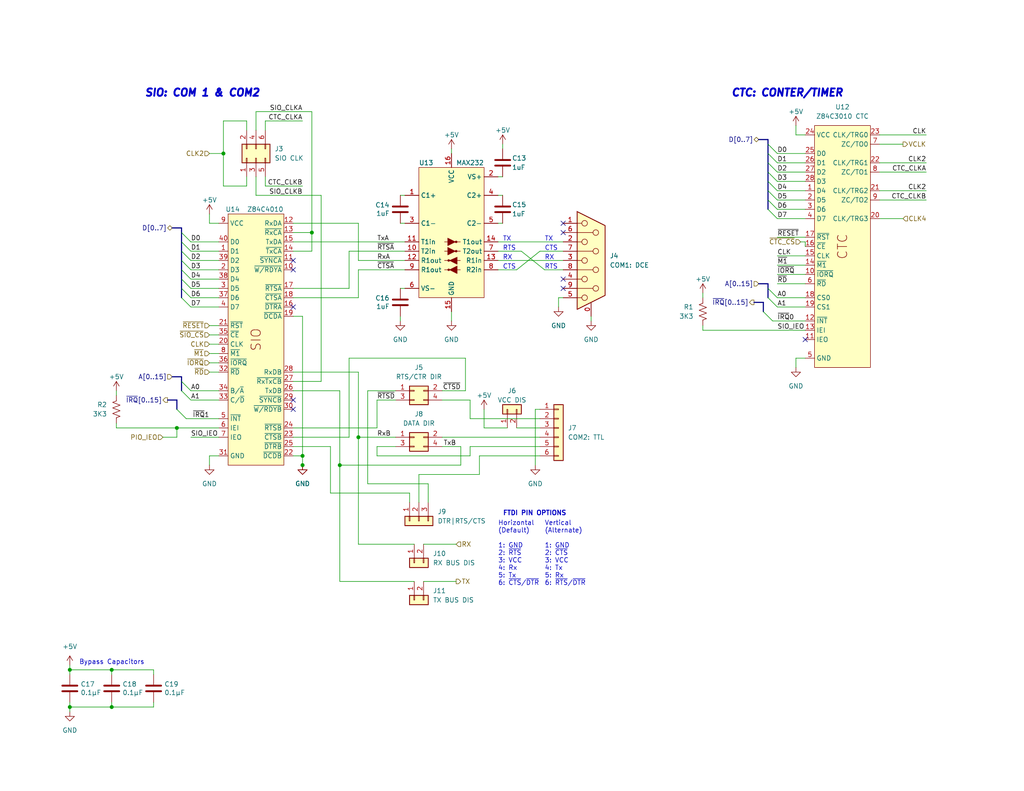
<source format=kicad_sch>
(kicad_sch (version 20230121) (generator eeschema)
  (paper "USLetter")
  (title_block (rev "1") (company "Frédéric Segard") (comment 1 "@microhobbyist") (comment 4 "A big thank you to John Winans for his inspiration, as well as Grant Searle"))
  (lib_symbols
    (symbol "+5V_1" (power) (pin_names (offset 0))
      (property "Value" "+5V_1" (at 0 3.556 0))
      (symbol "+5V_1_0_1"
        (polyline (pts (xy -0.762 1.27) (xy 0 2.54)))
        (polyline (pts (xy 0 0) (xy 0 2.54)))
        (polyline (pts (xy 0 2.54) (xy 0.762 1.27)))
      )
      (symbol "+5V_1_1_1"
        (pin power_in line (at 0 0 90) (length 0) hide (name "+5V") (number "1"))
      )
    )
    (symbol "0_Library:MAX232"
      (property "Reference" "U" (at -7.62 0 0))
      (property "Value" "MAX232" (at 1.27 0 0))
      (symbol "MAX232_0_1"
        (rectangle (start -8.89 -1.27) (end 8.89 -36.83) (stroke (width 0.1524)) (fill (type background)))
        (circle (center -0.762 -29.21) (radius 0.254) (stroke (width 0.1524)) (fill (type outline)))
        (circle (center -0.762 -26.67) (radius 0.254) (stroke (width 0.1524)) (fill (type outline)))
        (polyline (pts (xy -1.016 -24.13) (xy -1.905 -24.13)) (stroke (width 0.1524)))
        (polyline (pts (xy -1.016 -21.59) (xy -1.905 -21.59)) (stroke (width 0.1524)))
        (polyline (pts (xy -0.508 -29.21) (xy -1.905 -29.21)) (stroke (width 0.1524)))
        (polyline (pts (xy -0.508 -26.67) (xy -1.905 -26.67)) (stroke (width 0.1524)))
        (polyline (pts (xy 1.016 -24.13) (xy 2.413 -24.13)) (stroke (width 0.1524)))
        (polyline (pts (xy 1.016 -21.59) (xy 2.413 -21.59)) (stroke (width 0.1524)))
        (polyline (pts (xy 1.524 -29.21) (xy 2.413 -29.21)) (stroke (width 0.1524)))
        (polyline (pts (xy 1.524 -26.67) (xy 2.413 -26.67)) (stroke (width 0.1524)))
        (polyline (pts (xy -1.016 -23.114) (xy 1.016 -24.13) (xy -1.016 -25.146) (xy -1.016 -23.114)) (stroke (width 0.1524)) (fill (type outline)))
        (polyline (pts (xy -1.016 -20.574) (xy -1.016 -22.606) (xy 1.016 -21.59) (xy -1.016 -20.574)) (stroke (width 0.1524)) (fill (type outline)))
        (polyline (pts (xy 1.524 -28.194) (xy 1.524 -30.226) (xy -0.508 -29.21) (xy 1.524 -28.194)) (stroke (width 0.1524)) (fill (type outline)))
        (polyline (pts (xy 1.524 -25.781) (xy 1.524 -27.686) (xy -0.508 -26.67) (xy 1.524 -25.781)) (stroke (width 0.1524)) (fill (type outline)))
        (circle (center 1.27 -24.13) (radius 0.254) (stroke (width 0.1524)) (fill (type outline)))
        (circle (center 1.27 -21.59) (radius 0.254) (stroke (width 0.1524)) (fill (type outline)))
      )
      (symbol "MAX232_1_1"
        (pin passive line (at -12.7 -8.89 0) (length 3.81) (name "C1+") (number "1"))
        (pin input line (at -12.7 -24.13 0) (length 3.81) (name "T2in") (number "10"))
        (pin input line (at -12.7 -21.59 0) (length 3.81) (name "T1in") (number "11"))
        (pin output line (at -12.7 -26.67 0) (length 3.81) (name "R1out") (number "12"))
        (pin input line (at 12.7 -26.67 180) (length 3.81) (name "R1in") (number "13"))
        (pin output line (at 12.7 -21.59 180) (length 3.81) (name "T1out") (number "14"))
        (pin power_in line (at 0 -40.64 90) (length 3.81) (name "GND") (number "15"))
        (pin power_in line (at 0 2.54 270) (length 3.81) (name "VCC") (number "16"))
        (pin power_out line (at 12.7 -3.81 180) (length 3.81) (name "VS+") (number "2"))
        (pin passive line (at -12.7 -16.51 0) (length 3.81) (name "C1-") (number "3"))
        (pin passive line (at 12.7 -8.89 180) (length 3.81) (name "C2+") (number "4"))
        (pin passive line (at 12.7 -16.51 180) (length 3.81) (name "C2-") (number "5"))
        (pin power_out line (at -12.7 -34.29 0) (length 3.81) (name "VS-") (number "6"))
        (pin output line (at 12.7 -24.13 180) (length 3.81) (name "T2out") (number "7"))
        (pin input line (at 12.7 -29.21 180) (length 3.81) (name "R2in") (number "8"))
        (pin output line (at -12.7 -29.21 0) (length 3.81) (name "R1out") (number "9"))
      )
    )
    (symbol "0_Library:Z84C30xx CTC"
      (property "Reference" "U" (at -7.62 1.27 0))
      (property "Value" "Z84C30xx CTC" (at 1.27 1.27 0))
      (symbol "Z84C30xx CTC_0_0"
        (text "CTC" (at 0 -33.02 900) (effects (font (size 2.54 2.54))))
      )
      (symbol "Z84C30xx CTC_0_1"
        (rectangle (start -7.62 0) (end 7.62 -66.04) (stroke (width 0.1524)) (fill (type background)))
      )
      (symbol "Z84C30xx CTC_1_1"
        (pin bidirectional line (at -10.16 -17.78 0) (length 2.54) (name "D4") (number "1"))
        (pin input line (at -10.16 -40.64 0) (length 2.54) (name "~{IORQ}") (number "10"))
        (pin output line (at -10.16 -58.42 0) (length 2.54) (name "IEO") (number "11"))
        (pin open_collector line (at -10.16 -53.34 0) (length 2.54) (name "~{INT}") (number "12"))
        (pin input line (at -10.16 -55.88 0) (length 2.54) (name "IEI") (number "13"))
        (pin input line (at -10.16 -38.1 0) (length 2.54) (name "~{M1}") (number "14"))
        (pin input line (at -10.16 -35.56 0) (length 2.54) (name "CLK") (number "15"))
        (pin input line (at -10.16 -33.02 0) (length 2.54) (name "~{CE}") (number "16"))
        (pin input line (at -10.16 -30.48 0) (length 2.54) (name "~{RST}") (number "17"))
        (pin input line (at -10.16 -46.99 0) (length 2.54) (name "CS0") (number "18"))
        (pin input line (at -10.16 -49.53 0) (length 2.54) (name "CS1") (number "19"))
        (pin bidirectional line (at -10.16 -20.32 0) (length 2.54) (name "D5") (number "2"))
        (pin input line (at 10.16 -25.4 180) (length 2.54) (name "CLK/TRG3") (number "20"))
        (pin input line (at 10.16 -17.78 180) (length 2.54) (name "CLK/TRG2") (number "21"))
        (pin input line (at 10.16 -10.16 180) (length 2.54) (name "CLK/TRG1") (number "22"))
        (pin input line (at 10.16 -2.54 180) (length 2.54) (name "CLK/TRG0") (number "23"))
        (pin power_in line (at -10.16 -2.54 0) (length 2.54) (name "VCC") (number "24"))
        (pin bidirectional line (at -10.16 -7.62 0) (length 2.54) (name "D0") (number "25"))
        (pin bidirectional line (at -10.16 -10.16 0) (length 2.54) (name "D1") (number "26"))
        (pin bidirectional line (at -10.16 -12.7 0) (length 2.54) (name "D2") (number "27"))
        (pin bidirectional line (at -10.16 -15.24 0) (length 2.54) (name "D3") (number "28"))
        (pin bidirectional line (at -10.16 -22.86 0) (length 2.54) (name "D6") (number "3"))
        (pin bidirectional line (at -10.16 -25.4 0) (length 2.54) (name "D7") (number "4"))
        (pin power_in line (at -10.16 -63.5 0) (length 2.54) (name "GND") (number "5"))
        (pin input line (at -10.16 -43.18 0) (length 2.54) (name "~{RD}") (number "6"))
        (pin output line (at 10.16 -5.08 180) (length 2.54) (name "ZC/TO0") (number "7"))
        (pin output line (at 10.16 -12.7 180) (length 2.54) (name "ZC/TO1") (number "8"))
        (pin output line (at 10.16 -20.32 180) (length 2.54) (name "ZC/TO2") (number "9"))
      )
    )
    (symbol "0_Library:Z84C40xx SIO"
      (property "Reference" "U" (at -7.62 1.27 0))
      (property "Value" "Z84C40xx SIO" (at 1.27 1.27 0))
      (symbol "Z84C40xx SIO_0_0"
        (text "SIO" (at 0 -34.29 900) (effects (font (size 2.54 2.54))))
      )
      (symbol "Z84C40xx SIO_0_1"
        (rectangle (start -7.62 0) (end 7.62 -68.58) (stroke (width 0.1524)) (fill (type background)))
      )
      (symbol "Z84C40xx SIO_1_1"
        (pin bidirectional line (at -10.16 -10.16 0) (length 2.54) (name "D1") (number "1"))
        (pin output line (at 10.16 -15.24 180) (length 2.54) (name "~{W/RDYA}") (number "10"))
        (pin bidirectional line (at 10.16 -12.7 180) (length 2.54) (name "~{SYNCA}") (number "11"))
        (pin input line (at 10.16 -2.54 180) (length 2.54) (name "RxDA") (number "12"))
        (pin input line (at 10.16 -5.08 180) (length 2.54) (name "~{RxCA}") (number "13"))
        (pin input line (at 10.16 -10.16 180) (length 2.54) (name "~{TxCA}") (number "14"))
        (pin output line (at 10.16 -7.62 180) (length 2.54) (name "TxDA") (number "15"))
        (pin output line (at 10.16 -25.4 180) (length 2.54) (name "~{DTRA}") (number "16"))
        (pin output line (at 10.16 -20.32 180) (length 2.54) (name "~{RTSA}") (number "17"))
        (pin input line (at 10.16 -22.86 180) (length 2.54) (name "~{CTSA}") (number "18"))
        (pin input line (at 10.16 -27.94 180) (length 2.54) (name "~{DCDA}") (number "19"))
        (pin bidirectional line (at -10.16 -15.24 0) (length 2.54) (name "D3") (number "2"))
        (pin input line (at -10.16 -35.56 0) (length 2.54) (name "CLK") (number "20"))
        (pin input line (at -10.16 -30.48 0) (length 2.54) (name "~{RST}") (number "21"))
        (pin input line (at 10.16 -66.04 180) (length 2.54) (name "~{DCDB}") (number "22"))
        (pin input line (at 10.16 -60.96 180) (length 2.54) (name "~{CTSB}") (number "23"))
        (pin output line (at 10.16 -58.42 180) (length 2.54) (name "~{RTSB}") (number "24"))
        (pin output line (at 10.16 -63.5 180) (length 2.54) (name "~{DTRB}") (number "25"))
        (pin output line (at 10.16 -48.26 180) (length 2.54) (name "TxDB") (number "26"))
        (pin input line (at 10.16 -45.72 180) (length 2.54) (name "~{RxTxCB}") (number "27"))
        (pin input line (at 10.16 -43.18 180) (length 2.54) (name "RxDB") (number "28"))
        (pin bidirectional line (at 10.16 -50.8 180) (length 2.54) (name "~{SYNCB}") (number "29"))
        (pin bidirectional line (at -10.16 -20.32 0) (length 2.54) (name "D5") (number "3"))
        (pin output line (at 10.16 -53.34 180) (length 2.54) (name "~{W/RDYB}") (number "30"))
        (pin power_in line (at -10.16 -66.04 0) (length 2.54) (name "GND") (number "31"))
        (pin input line (at -10.16 -43.18 0) (length 2.54) (name "~{RD}") (number "32"))
        (pin input line (at -10.16 -50.8 0) (length 2.54) (name "C/~{D}") (number "33"))
        (pin input line (at -10.16 -48.26 0) (length 2.54) (name "B/~{A}") (number "34"))
        (pin input line (at -10.16 -33.02 0) (length 2.54) (name "~{CE}") (number "35"))
        (pin input line (at -10.16 -40.64 0) (length 2.54) (name "~{IORQ}") (number "36"))
        (pin bidirectional line (at -10.16 -22.86 0) (length 2.54) (name "D6") (number "37"))
        (pin bidirectional line (at -10.16 -17.78 0) (length 2.54) (name "D4") (number "38"))
        (pin bidirectional line (at -10.16 -12.7 0) (length 2.54) (name "D2") (number "39"))
        (pin bidirectional line (at -10.16 -25.4 0) (length 2.54) (name "D7") (number "4"))
        (pin bidirectional line (at -10.16 -7.62 0) (length 2.54) (name "D0") (number "40"))
        (pin open_collector line (at -10.16 -55.88 0) (length 2.54) (name "~{INT}") (number "5"))
        (pin input line (at -10.16 -58.42 0) (length 2.54) (name "IEI") (number "6"))
        (pin output line (at -10.16 -60.96 0) (length 2.54) (name "IEO") (number "7"))
        (pin input line (at -10.16 -38.1 0) (length 2.54) (name "~{M1}") (number "8"))
        (pin power_in line (at -10.16 -2.54 0) (length 2.54) (name "VCC") (number "9"))
      )
    )
    (symbol "Connector:DE9_Receptacle_MountingHoles" (pin_names (offset 1.016) hide)
      (property "Reference" "J" (at 0 16.51 0))
      (property "Value" "DE9_Receptacle_MountingHoles" (at 0 14.605 0))
      (symbol "DE9_Receptacle_MountingHoles_0_1"
        (circle (center -1.778 -10.16) (radius 0.762))
        (circle (center -1.778 -5.08) (radius 0.762))
        (circle (center -1.778 0) (radius 0.762))
        (circle (center -1.778 5.08) (radius 0.762))
        (circle (center -1.778 10.16) (radius 0.762))
        (polyline (pts (xy -3.81 -10.16) (xy -2.54 -10.16)))
        (polyline (pts (xy -3.81 -7.62) (xy 0.508 -7.62)))
        (polyline (pts (xy -3.81 -5.08) (xy -2.54 -5.08)))
        (polyline (pts (xy -3.81 -2.54) (xy 0.508 -2.54)))
        (polyline (pts (xy -3.81 0) (xy -2.54 0)))
        (polyline (pts (xy -3.81 2.54) (xy 0.508 2.54)))
        (polyline (pts (xy -3.81 5.08) (xy -2.54 5.08)))
        (polyline (pts (xy -3.81 7.62) (xy 0.508 7.62)))
        (polyline (pts (xy -3.81 10.16) (xy -2.54 10.16)))
        (polyline (pts (xy -3.81 13.335) (xy -3.81 -13.335) (xy 3.81 -9.525) (xy 3.81 9.525) (xy -3.81 13.335)) (stroke (width 0.254)) (fill (type background)))
        (circle (center 1.27 -7.62) (radius 0.762))
        (circle (center 1.27 -2.54) (radius 0.762))
        (circle (center 1.27 2.54) (radius 0.762))
        (circle (center 1.27 7.62) (radius 0.762))
      )
      (symbol "DE9_Receptacle_MountingHoles_1_1"
        (pin passive line (at 0 -15.24 90) (length 3.81) (name "PAD") (number "0"))
        (pin passive line (at -7.62 10.16 0) (length 3.81) (name "1") (number "1"))
        (pin passive line (at -7.62 5.08 0) (length 3.81) (name "2") (number "2"))
        (pin passive line (at -7.62 0 0) (length 3.81) (name "3") (number "3"))
        (pin passive line (at -7.62 -5.08 0) (length 3.81) (name "4") (number "4"))
        (pin passive line (at -7.62 -10.16 0) (length 3.81) (name "5") (number "5"))
        (pin passive line (at -7.62 7.62 0) (length 3.81) (name "6") (number "6"))
        (pin passive line (at -7.62 2.54 0) (length 3.81) (name "7") (number "7"))
        (pin passive line (at -7.62 -2.54 0) (length 3.81) (name "8") (number "8"))
        (pin passive line (at -7.62 -7.62 0) (length 3.81) (name "9") (number "9"))
      )
    )
    (symbol "Connector_Generic:Conn_01x02" (pin_names (offset 1.016) hide)
      (property "Reference" "J" (at 0 2.54 0))
      (property "Value" "Conn_01x02" (at 0 -5.08 0))
      (symbol "Conn_01x02_1_1"
        (rectangle (start -1.27 -2.413) (end 0 -2.667) (stroke (width 0.1524)))
        (rectangle (start -1.27 0.127) (end 0 -0.127) (stroke (width 0.1524)))
        (rectangle (start -1.27 1.27) (end 1.27 -3.81) (stroke (width 0.254)) (fill (type background)))
        (pin passive line (at -5.08 0 0) (length 3.81) (name "Pin_1") (number "1"))
        (pin passive line (at -5.08 -2.54 0) (length 3.81) (name "Pin_2") (number "2"))
      )
    )
    (symbol "Connector_Generic:Conn_01x03" (pin_names (offset 1.016) hide)
      (property "Reference" "J" (at 0 5.08 0))
      (property "Value" "Conn_01x03" (at 0 -5.08 0))
      (symbol "Conn_01x03_1_1"
        (rectangle (start -1.27 -2.413) (end 0 -2.667) (stroke (width 0.1524)))
        (rectangle (start -1.27 0.127) (end 0 -0.127) (stroke (width 0.1524)))
        (rectangle (start -1.27 2.667) (end 0 2.413) (stroke (width 0.1524)))
        (rectangle (start -1.27 3.81) (end 1.27 -3.81) (stroke (width 0.254)) (fill (type background)))
        (pin passive line (at -5.08 2.54 0) (length 3.81) (name "Pin_1") (number "1"))
        (pin passive line (at -5.08 0 0) (length 3.81) (name "Pin_2") (number "2"))
        (pin passive line (at -5.08 -2.54 0) (length 3.81) (name "Pin_3") (number "3"))
      )
    )
    (symbol "Connector_Generic:Conn_01x06" (pin_names (offset 1.016) hide)
      (property "Reference" "J" (at 0 7.62 0))
      (property "Value" "Conn_01x06" (at 0 -10.16 0))
      (symbol "Conn_01x06_1_1"
        (rectangle (start -1.27 -7.493) (end 0 -7.747) (stroke (width 0.1524)))
        (rectangle (start -1.27 -4.953) (end 0 -5.207) (stroke (width 0.1524)))
        (rectangle (start -1.27 -2.413) (end 0 -2.667) (stroke (width 0.1524)))
        (rectangle (start -1.27 0.127) (end 0 -0.127) (stroke (width 0.1524)))
        (rectangle (start -1.27 2.667) (end 0 2.413) (stroke (width 0.1524)))
        (rectangle (start -1.27 5.207) (end 0 4.953) (stroke (width 0.1524)))
        (rectangle (start -1.27 6.35) (end 1.27 -8.89) (stroke (width 0.254)) (fill (type background)))
        (pin passive line (at -5.08 5.08 0) (length 3.81) (name "Pin_1") (number "1"))
        (pin passive line (at -5.08 2.54 0) (length 3.81) (name "Pin_2") (number "2"))
        (pin passive line (at -5.08 0 0) (length 3.81) (name "Pin_3") (number "3"))
        (pin passive line (at -5.08 -2.54 0) (length 3.81) (name "Pin_4") (number "4"))
        (pin passive line (at -5.08 -5.08 0) (length 3.81) (name "Pin_5") (number "5"))
        (pin passive line (at -5.08 -7.62 0) (length 3.81) (name "Pin_6") (number "6"))
      )
    )
    (symbol "Connector_Generic:Conn_02x02_Odd_Even" (pin_names (offset 1.016) hide)
      (property "Reference" "J" (at 1.27 2.54 0))
      (property "Value" "Conn_02x02_Odd_Even" (at 1.27 -5.08 0))
      (symbol "Conn_02x02_Odd_Even_1_1"
        (rectangle (start -1.27 -2.413) (end 0 -2.667) (stroke (width 0.1524)))
        (rectangle (start -1.27 0.127) (end 0 -0.127) (stroke (width 0.1524)))
        (rectangle (start -1.27 1.27) (end 3.81 -3.81) (stroke (width 0.254)) (fill (type background)))
        (rectangle (start 3.81 -2.413) (end 2.54 -2.667) (stroke (width 0.1524)))
        (rectangle (start 3.81 0.127) (end 2.54 -0.127) (stroke (width 0.1524)))
        (pin passive line (at -5.08 0 0) (length 3.81) (name "Pin_1") (number "1"))
        (pin passive line (at 7.62 0 180) (length 3.81) (name "Pin_2") (number "2"))
        (pin passive line (at -5.08 -2.54 0) (length 3.81) (name "Pin_3") (number "3"))
        (pin passive line (at 7.62 -2.54 180) (length 3.81) (name "Pin_4") (number "4"))
      )
    )
    (symbol "Connector_Generic:Conn_02x03_Odd_Even" (pin_names (offset 1.016) hide)
      (property "Reference" "J" (at 1.27 5.08 0))
      (property "Value" "Conn_02x03_Odd_Even" (at 1.27 -5.08 0))
      (symbol "Conn_02x03_Odd_Even_1_1"
        (rectangle (start -1.27 -2.413) (end 0 -2.667) (stroke (width 0.1524)))
        (rectangle (start -1.27 0.127) (end 0 -0.127) (stroke (width 0.1524)))
        (rectangle (start -1.27 2.667) (end 0 2.413) (stroke (width 0.1524)))
        (rectangle (start -1.27 3.81) (end 3.81 -3.81) (stroke (width 0.254)) (fill (type background)))
        (rectangle (start 3.81 -2.413) (end 2.54 -2.667) (stroke (width 0.1524)))
        (rectangle (start 3.81 0.127) (end 2.54 -0.127) (stroke (width 0.1524)))
        (rectangle (start 3.81 2.667) (end 2.54 2.413) (stroke (width 0.1524)))
        (pin passive line (at -5.08 2.54 0) (length 3.81) (name "Pin_1") (number "1"))
        (pin passive line (at 7.62 2.54 180) (length 3.81) (name "Pin_2") (number "2"))
        (pin passive line (at -5.08 0 0) (length 3.81) (name "Pin_3") (number "3"))
        (pin passive line (at 7.62 0 180) (length 3.81) (name "Pin_4") (number "4"))
        (pin passive line (at -5.08 -2.54 0) (length 3.81) (name "Pin_5") (number "5"))
        (pin passive line (at 7.62 -2.54 180) (length 3.81) (name "Pin_6") (number "6"))
      )
    )
    (symbol "Device:C" (pin_numbers hide) (pin_names (offset 0.254))
      (property "Reference" "C" (at 0.635 2.54 0))
      (property "Value" "C" (at 0.635 -2.54 0))
      (symbol "C_0_1"
        (polyline (pts (xy -2.032 -0.762) (xy 2.032 -0.762)) (stroke (width 0.508)))
        (polyline (pts (xy -2.032 0.762) (xy 2.032 0.762)) (stroke (width 0.508)))
      )
      (symbol "C_1_1"
        (pin passive line (at 0 3.81 270) (length 2.794) (name "~") (number "1"))
        (pin passive line (at 0 -3.81 90) (length 2.794) (name "~") (number "2"))
      )
    )
    (symbol "Device:R_US" (pin_numbers hide) (pin_names (offset 0))
      (property "Reference" "R" (at 2.54 0 90))
      (property "Value" "R_US" (at -2.54 0 90))
      (symbol "R_US_0_1"
        (polyline (pts (xy 0 -2.286) (xy 0 -2.54)))
        (polyline (pts (xy 0 2.286) (xy 0 2.54)))
        (polyline (pts (xy 0 -0.762) (xy 1.016 -1.143) (xy 0 -1.524) (xy -1.016 -1.905) (xy 0 -2.286)))
        (polyline (pts (xy 0 0.762) (xy 1.016 0.381) (xy 0 0) (xy -1.016 -0.381) (xy 0 -0.762)))
        (polyline (pts (xy 0 2.286) (xy 1.016 1.905) (xy 0 1.524) (xy -1.016 1.143) (xy 0 0.762)))
      )
      (symbol "R_US_1_1"
        (pin passive line (at 0 3.81 270) (length 1.27) (name "~") (number "1"))
        (pin passive line (at 0 -3.81 90) (length 1.27) (name "~") (number "2"))
      )
    )
    (symbol "GND_1" (power) (pin_names (offset 0))
      (property "Value" "GND_1" (at 0 -3.81 0))
      (symbol "GND_1_0_1"
        (polyline (pts (xy 0 0) (xy 0 -1.27) (xy 1.27 -1.27) (xy 0 -2.54) (xy -1.27 -1.27) (xy 0 -1.27)))
      )
      (symbol "GND_1_1_1"
        (pin power_in line (at 0 0 270) (length 0) hide (name "GND") (number "1"))
      )
    )
  )
  (junction (at 92.71 127))
  (junction (at 19.05 193.04))
  (junction (at 19.05 182.88))
  (junction (at 97.79 119.38))
  (junction (at 82.55 124.46))
  (junction (at 48.26 116.84))
  (junction (at 85.09 63.5))
  (junction (at 60.96 41.91))
  (junction (at 30.48 193.04))
  (junction (at 30.48 182.88))
  (junction (at 82.55 127))
  (no_connect (at 153.67 60.96))
  (no_connect (at 80.01 83.82))
  (no_connect (at 80.01 71.12))
  (no_connect (at 80.01 111.76))
  (no_connect (at 153.67 76.2))
  (no_connect (at 153.67 63.5))
  (no_connect (at 80.01 109.22))
  (no_connect (at 153.67 78.74))
  (no_connect (at 219.71 92.71))
  (no_connect (at 80.01 73.66))
  (bus_entry (at 209.55 57.15) (size 2.54 2.54))
  (bus_entry (at 209.55 54.61) (size 2.54 2.54))
  (bus_entry (at 49.53 81.28) (size 2.54 2.54))
  (bus_entry (at 49.53 73.66) (size 2.54 2.54))
  (bus_entry (at 209.55 49.53) (size 2.54 2.54))
  (bus_entry (at 49.53 68.58) (size 2.54 2.54))
  (bus_entry (at 209.55 52.07) (size 2.54 2.54))
  (bus_entry (at 209.55 46.99) (size 2.54 2.54))
  (bus_entry (at 209.55 41.91) (size 2.54 2.54))
  (bus_entry (at 49.53 71.12) (size 2.54 2.54))
  (bus_entry (at 208.28 85.09) (size 2.54 2.54))
  (bus_entry (at 49.53 63.5) (size 2.54 2.54))
  (bus_entry (at 49.53 78.74) (size 2.54 2.54))
  (bus_entry (at 209.55 44.45) (size 2.54 2.54))
  (bus_entry (at 49.53 104.14) (size 2.54 2.54))
  (bus_entry (at 49.53 106.68) (size 2.54 2.54))
  (bus_entry (at 209.55 39.37) (size 2.54 2.54))
  (bus_entry (at 49.53 66.04) (size 2.54 2.54))
  (bus_entry (at 49.53 76.2) (size 2.54 2.54))
  (bus_entry (at 209.55 81.28) (size 2.54 2.54))
  (bus_entry (at 48.26 111.76) (size 2.54 2.54))
  (bus_entry (at 209.55 78.74) (size 2.54 2.54))
  (wire (pts (xy 130.81 129.54) (xy 130.81 124.46)))
  (wire (pts (xy 140.97 116.84) (xy 147.32 116.84)))
  (wire (pts (xy 52.07 109.22) (xy 59.69 109.22)))
  (wire (pts (xy 95.25 68.58) (xy 95.25 78.74)))
  (wire (pts (xy 191.77 88.9) (xy 191.77 90.17)))
  (wire (pts (xy 69.85 53.34) (xy 87.63 53.34)))
  (wire (pts (xy 120.65 121.92) (xy 125.73 121.92)))
  (wire (pts (xy 57.15 91.44) (xy 59.69 91.44)))
  (wire (pts (xy 212.09 57.15) (xy 219.71 57.15)))
  (wire (pts (xy 146.05 111.76) (xy 146.05 127)))
  (wire (pts (xy 69.85 53.34) (xy 69.85 48.26)))
  (wire (pts (xy 240.03 36.83) (xy 252.73 36.83)))
  (bus (pts (xy 208.28 82.55) (xy 208.28 85.09)))
  (wire (pts (xy 135.89 71.12) (xy 153.67 71.12)))
  (wire (pts (xy 100.33 106.68) (xy 100.33 132.08)))
  (wire (pts (xy 90.17 121.92) (xy 90.17 134.62)))
  (wire (pts (xy 31.75 106.68) (xy 31.75 107.95)))
  (wire (pts (xy 212.09 54.61) (xy 219.71 54.61)))
  (wire (pts (xy 128.27 114.3) (xy 147.32 114.3)))
  (wire (pts (xy 130.81 124.46) (xy 147.32 124.46)))
  (wire (pts (xy 148.59 73.66) (xy 142.24 68.58)))
  (wire (pts (xy 210.82 87.63) (xy 219.71 87.63)))
  (wire (pts (xy 67.31 50.8) (xy 60.96 50.8)))
  (wire (pts (xy 85.09 63.5) (xy 85.09 68.58)))
  (wire (pts (xy 92.71 106.68) (xy 80.01 106.68)))
  (wire (pts (xy 191.77 80.01) (xy 191.77 81.28)))
  (wire (pts (xy 80.01 101.6) (xy 97.79 101.6)))
  (wire (pts (xy 109.22 78.74) (xy 110.49 78.74)))
  (wire (pts (xy 80.01 116.84) (xy 102.87 116.84)))
  (wire (pts (xy 153.67 73.66) (xy 148.59 73.66)))
  (wire (pts (xy 217.17 34.29) (xy 217.17 36.83)))
  (wire (pts (xy 69.85 30.48) (xy 69.85 35.56)))
  (wire (pts (xy 217.17 97.79) (xy 217.17 100.33)))
  (wire (pts (xy 219.71 66.04) (xy 219.71 67.31)))
  (wire (pts (xy 52.07 76.2) (xy 59.69 76.2)))
  (wire (pts (xy 60.96 33.02) (xy 67.31 33.02)))
  (wire (pts (xy 240.03 54.61) (xy 252.73 54.61)))
  (wire (pts (xy 19.05 182.88) (xy 19.05 184.15)))
  (wire (pts (xy 80.01 68.58) (xy 85.09 68.58)))
  (wire (pts (xy 140.97 73.66) (xy 147.32 68.58)))
  (wire (pts (xy 41.91 184.15) (xy 41.91 182.88)))
  (wire (pts (xy 135.89 48.26) (xy 137.16 48.26)))
  (wire (pts (xy 114.3 129.54) (xy 114.3 137.16)))
  (bus (pts (xy 209.55 57.15) (xy 209.55 54.61)))
  (wire (pts (xy 60.96 33.02) (xy 60.96 41.91)))
  (wire (pts (xy 30.48 191.77) (xy 30.48 193.04)))
  (wire (pts (xy 109.22 60.96) (xy 110.49 60.96)))
  (wire (pts (xy 128.27 109.22) (xy 128.27 114.3)))
  (wire (pts (xy 127 106.68) (xy 127 97.79)))
  (wire (pts (xy 240.03 39.37) (xy 246.38 39.37)))
  (wire (pts (xy 57.15 124.46) (xy 57.15 127)))
  (wire (pts (xy 97.79 148.59) (xy 113.03 148.59)))
  (wire (pts (xy 109.22 53.34) (xy 110.49 53.34)))
  (wire (pts (xy 41.91 191.77) (xy 41.91 193.04)))
  (wire (pts (xy 97.79 101.6) (xy 97.79 119.38)))
  (wire (pts (xy 135.89 66.04) (xy 153.67 66.04)))
  (wire (pts (xy 95.25 97.79) (xy 95.25 119.38)))
  (wire (pts (xy 102.87 124.46) (xy 128.27 124.46)))
  (wire (pts (xy 52.07 68.58) (xy 59.69 68.58)))
  (bus (pts (xy 49.53 106.68) (xy 49.53 104.14)))
  (wire (pts (xy 152.4 81.28) (xy 152.4 83.82)))
  (wire (pts (xy 72.39 50.8) (xy 82.55 50.8)))
  (bus (pts (xy 46.99 102.87) (xy 49.53 102.87)))
  (wire (pts (xy 137.16 39.37) (xy 137.16 40.64)))
  (wire (pts (xy 135.89 60.96) (xy 137.16 60.96)))
  (bus (pts (xy 49.53 78.74) (xy 49.53 76.2)))
  (wire (pts (xy 109.22 86.36) (xy 109.22 87.63)))
  (wire (pts (xy 135.89 68.58) (xy 142.24 68.58)))
  (wire (pts (xy 125.73 121.92) (xy 125.73 127)))
  (wire (pts (xy 128.27 124.46) (xy 128.27 121.92)))
  (wire (pts (xy 138.43 116.84) (xy 132.08 116.84)))
  (bus (pts (xy 209.55 49.53) (xy 209.55 46.99)))
  (wire (pts (xy 80.01 86.36) (xy 82.55 86.36)))
  (wire (pts (xy 52.07 83.82) (xy 59.69 83.82)))
  (wire (pts (xy 57.15 101.6) (xy 59.69 101.6)))
  (wire (pts (xy 120.65 109.22) (xy 128.27 109.22)))
  (wire (pts (xy 80.01 66.04) (xy 110.49 66.04)))
  (wire (pts (xy 52.07 71.12) (xy 59.69 71.12)))
  (wire (pts (xy 80.01 81.28) (xy 97.79 81.28)))
  (wire (pts (xy 212.09 52.07) (xy 219.71 52.07)))
  (wire (pts (xy 67.31 33.02) (xy 67.31 35.56)))
  (bus (pts (xy 49.53 73.66) (xy 49.53 71.12)))
  (wire (pts (xy 80.01 121.92) (xy 90.17 121.92)))
  (wire (pts (xy 85.09 30.48) (xy 69.85 30.48)))
  (wire (pts (xy 132.08 111.76) (xy 132.08 116.84)))
  (wire (pts (xy 218.44 66.04) (xy 219.71 66.04)))
  (bus (pts (xy 205.74 82.55) (xy 208.28 82.55)))
  (bus (pts (xy 209.55 41.91) (xy 209.55 39.37)))
  (wire (pts (xy 97.79 119.38) (xy 97.79 148.59)))
  (wire (pts (xy 52.07 73.66) (xy 59.69 73.66)))
  (wire (pts (xy 240.03 59.69) (xy 246.38 59.69)))
  (wire (pts (xy 50.8 114.3) (xy 59.69 114.3)))
  (wire (pts (xy 212.09 81.28) (xy 219.71 81.28)))
  (bus (pts (xy 49.53 71.12) (xy 49.53 68.58)))
  (wire (pts (xy 80.01 60.96) (xy 97.79 60.96)))
  (wire (pts (xy 41.91 182.88) (xy 30.48 182.88)))
  (bus (pts (xy 209.55 81.28) (xy 209.55 78.74)))
  (wire (pts (xy 107.95 106.68) (xy 100.33 106.68)))
  (wire (pts (xy 123.19 40.64) (xy 123.19 41.91)))
  (wire (pts (xy 123.19 87.63) (xy 123.19 85.09)))
  (wire (pts (xy 72.39 35.56) (xy 72.39 33.02)))
  (wire (pts (xy 30.48 182.88) (xy 19.05 182.88)))
  (bus (pts (xy 49.53 63.5) (xy 49.53 62.23)))
  (wire (pts (xy 92.71 158.75) (xy 113.03 158.75)))
  (bus (pts (xy 209.55 39.37) (xy 209.55 38.1)))
  (wire (pts (xy 80.01 104.14) (xy 87.63 104.14)))
  (wire (pts (xy 80.01 63.5) (xy 85.09 63.5)))
  (wire (pts (xy 31.75 116.84) (xy 48.26 116.84)))
  (wire (pts (xy 30.48 184.15) (xy 30.48 182.88)))
  (wire (pts (xy 120.65 119.38) (xy 147.32 119.38)))
  (wire (pts (xy 212.09 49.53) (xy 219.71 49.53)))
  (wire (pts (xy 97.79 71.12) (xy 110.49 71.12)))
  (bus (pts (xy 46.99 62.23) (xy 49.53 62.23)))
  (wire (pts (xy 115.57 148.59) (xy 124.46 148.59)))
  (wire (pts (xy 240.03 52.07) (xy 252.73 52.07)))
  (wire (pts (xy 52.07 66.04) (xy 59.69 66.04)))
  (wire (pts (xy 19.05 193.04) (xy 30.48 193.04)))
  (wire (pts (xy 114.3 129.54) (xy 130.81 129.54)))
  (bus (pts (xy 49.53 81.28) (xy 49.53 78.74)))
  (wire (pts (xy 52.07 78.74) (xy 59.69 78.74)))
  (wire (pts (xy 153.67 81.28) (xy 152.4 81.28)))
  (wire (pts (xy 115.57 158.75) (xy 124.46 158.75)))
  (wire (pts (xy 57.15 96.52) (xy 59.69 96.52)))
  (wire (pts (xy 48.26 119.38) (xy 48.26 116.84)))
  (wire (pts (xy 111.76 134.62) (xy 111.76 137.16)))
  (wire (pts (xy 19.05 191.77) (xy 19.05 193.04)))
  (wire (pts (xy 107.95 119.38) (xy 97.79 119.38)))
  (wire (pts (xy 31.75 115.57) (xy 31.75 116.84)))
  (wire (pts (xy 147.32 68.58) (xy 153.67 68.58)))
  (bus (pts (xy 49.53 68.58) (xy 49.53 66.04)))
  (wire (pts (xy 72.39 48.26) (xy 72.39 50.8)))
  (wire (pts (xy 212.09 46.99) (xy 219.71 46.99)))
  (wire (pts (xy 95.25 78.74) (xy 80.01 78.74)))
  (wire (pts (xy 87.63 104.14) (xy 87.63 53.34)))
  (wire (pts (xy 57.15 99.06) (xy 59.69 99.06)))
  (wire (pts (xy 212.09 83.82) (xy 219.71 83.82)))
  (wire (pts (xy 212.09 69.85) (xy 219.71 69.85)))
  (wire (pts (xy 82.55 86.36) (xy 82.55 124.46)))
  (wire (pts (xy 44.45 119.38) (xy 48.26 119.38)))
  (wire (pts (xy 219.71 36.83) (xy 217.17 36.83)))
  (wire (pts (xy 240.03 46.99) (xy 252.73 46.99)))
  (wire (pts (xy 80.01 124.46) (xy 82.55 124.46)))
  (wire (pts (xy 57.15 93.98) (xy 59.69 93.98)))
  (wire (pts (xy 120.65 106.68) (xy 127 106.68)))
  (wire (pts (xy 116.84 132.08) (xy 116.84 137.16)))
  (wire (pts (xy 48.26 116.84) (xy 59.69 116.84)))
  (wire (pts (xy 212.09 59.69) (xy 219.71 59.69)))
  (wire (pts (xy 135.89 73.66) (xy 140.97 73.66)))
  (wire (pts (xy 92.71 127) (xy 92.71 106.68)))
  (wire (pts (xy 80.01 119.38) (xy 95.25 119.38)))
  (wire (pts (xy 110.49 68.58) (xy 95.25 68.58)))
  (wire (pts (xy 135.89 53.34) (xy 137.16 53.34)))
  (wire (pts (xy 82.55 124.46) (xy 82.55 127)))
  (wire (pts (xy 212.09 72.39) (xy 219.71 72.39)))
  (wire (pts (xy 125.73 127) (xy 92.71 127)))
  (wire (pts (xy 59.69 124.46) (xy 57.15 124.46)))
  (wire (pts (xy 100.33 132.08) (xy 116.84 132.08)))
  (wire (pts (xy 212.09 64.77) (xy 219.71 64.77)))
  (wire (pts (xy 212.09 41.91) (xy 219.71 41.91)))
  (wire (pts (xy 57.15 58.42) (xy 57.15 60.96)))
  (wire (pts (xy 19.05 181.61) (xy 19.05 182.88)))
  (wire (pts (xy 161.29 86.36) (xy 161.29 87.63)))
  (wire (pts (xy 127 97.79) (xy 95.25 97.79)))
  (wire (pts (xy 107.95 109.22) (xy 102.87 109.22)))
  (bus (pts (xy 49.53 104.14) (xy 49.53 102.87)))
  (bus (pts (xy 45.72 109.22) (xy 48.26 109.22)))
  (bus (pts (xy 49.53 76.2) (xy 49.53 73.66)))
  (wire (pts (xy 212.09 44.45) (xy 219.71 44.45)))
  (bus (pts (xy 207.01 38.1) (xy 209.55 38.1)))
  (bus (pts (xy 209.55 46.99) (xy 209.55 44.45)))
  (wire (pts (xy 128.27 121.92) (xy 147.32 121.92)))
  (wire (pts (xy 90.17 134.62) (xy 111.76 134.62)))
  (bus (pts (xy 49.53 66.04) (xy 49.53 63.5)))
  (wire (pts (xy 52.07 81.28) (xy 59.69 81.28)))
  (wire (pts (xy 85.09 30.48) (xy 85.09 63.5)))
  (bus (pts (xy 48.26 109.22) (xy 48.26 111.76)))
  (wire (pts (xy 219.71 97.79) (xy 217.17 97.79)))
  (wire (pts (xy 102.87 121.92) (xy 107.95 121.92)))
  (wire (pts (xy 147.32 111.76) (xy 146.05 111.76)))
  (bus (pts (xy 209.55 52.07) (xy 209.55 49.53)))
  (wire (pts (xy 212.09 77.47) (xy 219.71 77.47)))
  (wire (pts (xy 97.79 73.66) (xy 97.79 81.28)))
  (wire (pts (xy 92.71 127) (xy 92.71 158.75)))
  (wire (pts (xy 110.49 73.66) (xy 97.79 73.66)))
  (wire (pts (xy 97.79 71.12) (xy 97.79 60.96)))
  (bus (pts (xy 209.55 54.61) (xy 209.55 52.07)))
  (wire (pts (xy 52.07 119.38) (xy 59.69 119.38)))
  (bus (pts (xy 209.55 78.74) (xy 209.55 77.47)))
  (wire (pts (xy 59.69 60.96) (xy 57.15 60.96)))
  (wire (pts (xy 30.48 193.04) (xy 41.91 193.04)))
  (bus (pts (xy 207.01 77.47) (xy 209.55 77.47)))
  (wire (pts (xy 240.03 44.45) (xy 252.73 44.45)))
  (wire (pts (xy 191.77 90.17) (xy 219.71 90.17)))
  (wire (pts (xy 72.39 33.02) (xy 82.55 33.02)))
  (wire (pts (xy 60.96 50.8) (xy 60.96 41.91)))
  (bus (pts (xy 209.55 44.45) (xy 209.55 41.91)))
  (wire (pts (xy 57.15 41.91) (xy 60.96 41.91)))
  (wire (pts (xy 52.07 106.68) (xy 59.69 106.68)))
  (wire (pts (xy 102.87 109.22) (xy 102.87 116.84)))
  (wire (pts (xy 102.87 121.92) (xy 102.87 124.46)))
  (wire (pts (xy 57.15 88.9) (xy 59.69 88.9)))
  (wire (pts (xy 19.05 193.04) (xy 19.05 194.31)))
  (wire (pts (xy 67.31 48.26) (xy 67.31 50.8)))
  (wire (pts (xy 212.09 74.93) (xy 219.71 74.93)))
  (text "Horizontal\n(Default)\n\n1: GND\n2: ~{RTS}\n3: VCC\n4: Rx\n5: Tx\n6: ~{CTS}/~{DTR}" (at 135.89 160.02 0) (effects (font (size 1.27 1.27)) (justify left bottom)))
  (text "Vertical\n(Alternate)\n\n1: GND\n2: ~{CTS}\n3: VCC\n4: Tx\n5: Rx\n6: ~{RTS}/~{DTR}" (at 148.59 160.02 0) (effects (font (size 1.27 1.27)) (justify left bottom)))
  (text "TX" (at 137.16 66.04 0) (effects (font (size 1.27 1.27)) (justify left bottom)))
  (text "CTC: CONTER/TIMER" (at 199.39 26.67 0) (effects (font (size 2 2) (thickness 0.508) bold italic) (justify left bottom)))
  (text "RX" (at 148.59 71.12 0) (effects (font (size 1.27 1.27)) (justify left bottom)))
  (text "CTS" (at 137.16 73.66 0) (effects (font (size 1.27 1.27)) (justify left bottom)))
  (text "CTS" (at 148.59 68.58 0) (effects (font (size 1.27 1.27)) (justify left bottom)))
  (text "TX" (at 148.59 66.04 0) (effects (font (size 1.27 1.27)) (justify left bottom)))
  (text "RX" (at 137.16 71.12 0) (effects (font (size 1.27 1.27)) (justify left bottom)))
  (text "RTS" (at 137.16 68.58 0) (effects (font (size 1.27 1.27)) (justify left bottom)))
  (text "FTDI PIN OPTIONS" (at 137.16 140.97 0) (effects (font (size 1.27 1.27) (thickness 0.254) bold) (justify left bottom)))
  (text "SIO: COM 1 & COM2" (at 39.37 26.67 0) (effects (font (size 2 2) (thickness 0.508) bold italic) (justify left bottom)))
  (text "RTS" (at 148.59 73.66 0) (effects (font (size 1.27 1.27)) (justify left bottom)))
  (text "Bypass Capacitors" (at 21.59 181.61 0) (effects (font (size 1.27 1.27)) (justify left bottom)))
  (label "D5" (at 52.07 78.74 0))
  (label "D7" (at 212.09 59.69 0))
  (label "D2" (at 212.09 46.99 0))
  (label "~{CTSD}" (at 125.73 106.68 180))
  (label "D5" (at 212.09 54.61 0))
  (label "A1" (at 212.09 83.82 0))
  (label "RxA" (at 102.87 71.12 0))
  (label "~{IORQ}" (at 212.09 74.93 0))
  (label "~{RTSA}" (at 102.87 68.58 0))
  (label "A0" (at 212.09 81.28 0))
  (label "~{RESET}" (at 212.09 64.77 0))
  (label "SIO_IEO" (at 212.09 90.17 0))
  (label "TxB" (at 124.46 121.92 180))
  (label "~{RD}" (at 212.09 77.47 0))
  (label "TxA" (at 102.87 66.04 0))
  (label "D1" (at 52.07 68.58 0))
  (label "~{IRQ}1" (at 57.15 114.3 180))
  (label "D3" (at 212.09 49.53 0))
  (label "SIO_IEO" (at 52.07 119.38 0))
  (label "D6" (at 52.07 81.28 0))
  (label "A1" (at 52.07 109.22 0))
  (label "~{RTSD}" (at 102.87 109.22 0))
  (label "CTC_CLKA" (at 252.73 46.99 180))
  (label "D2" (at 52.07 71.12 0))
  (label "SIO_CLKA" (at 82.55 30.48 180))
  (label "SIO_CLKB" (at 82.55 53.34 180))
  (label "CLK" (at 212.09 69.85 0))
  (label "D0" (at 212.09 41.91 0))
  (label "~{M1}" (at 212.09 72.39 0))
  (label "CLK2" (at 252.73 44.45 180))
  (label "~{IRQ}0" (at 212.09 87.63 0))
  (label "D7" (at 52.07 83.82 0))
  (label "D4" (at 212.09 52.07 0))
  (label "~{CTSA}" (at 102.87 73.66 0))
  (label "CTC_CLKB" (at 82.55 50.8 180))
  (label "D3" (at 52.07 73.66 0))
  (label "CTC_CLKA" (at 82.55 33.02 180))
  (label "D4" (at 52.07 76.2 0))
  (label "CTC_CLKB" (at 252.73 54.61 180))
  (label "D6" (at 212.09 57.15 0))
  (label "RxB" (at 102.87 119.38 0))
  (label "D1" (at 212.09 44.45 0))
  (label "CLK2" (at 252.73 52.07 180))
  (label "CLK" (at 252.73 36.83 180))
  (label "D0" (at 52.07 66.04 0))
  (label "A0" (at 52.07 106.68 0))
  (hierarchical_label "~{RD}" (shape input) (at 57.15 101.6 180))
  (hierarchical_label "D[0..7]" (shape bidirectional) (at 207.01 38.1 180))
  (hierarchical_label "CLK2" (shape input) (at 57.15 41.91 180))
  (hierarchical_label "RX" (shape input) (at 124.46 148.59 0))
  (hierarchical_label "PIO_IEO" (shape input) (at 44.45 119.38 180))
  (hierarchical_label "~{IORQ}" (shape input) (at 57.15 99.06 180))
  (hierarchical_label "CLK" (shape input) (at 57.15 93.98 180))
  (hierarchical_label "D[0..7]" (shape bidirectional) (at 46.99 62.23 180))
  (hierarchical_label "VCLK" (shape output) (at 246.38 39.37 0))
  (hierarchical_label "TX" (shape output) (at 124.46 158.75 0))
  (hierarchical_label "~{M1}" (shape input) (at 57.15 96.52 180))
  (hierarchical_label "CLK4" (shape input) (at 246.38 59.69 0))
  (hierarchical_label "A[0..15]" (shape input) (at 46.99 102.87 180))
  (hierarchical_label "A[0..15]" (shape input) (at 207.01 77.47 180))
  (hierarchical_label "~{IRQ}[0..15]" (shape output) (at 205.74 82.55 180))
  (hierarchical_label "~{CTC_CS}" (shape input) (at 218.44 66.04 180))
  (hierarchical_label "~{RESET}" (shape input) (at 57.15 88.9 180))
  (hierarchical_label "~{IRQ}[0..15]" (shape output) (at 45.72 109.22 180))
  (hierarchical_label "~{SIO_CS}" (shape input) (at 57.15 91.44 180))
  (symbol (lib_id "Device:C") (at 109.22 82.55 0) (mirror y) (unit 1)
    (property "Reference" "C16" (at 106.299 81.3816 0) (effects (justify left)))
    (property "Value" "1uF" (at 106.299 83.693 0) (effects (justify left)))
    (property "Footprint" "Capacitor_THT:C_Disc_D3.0mm_W1.6mm_P2.50mm" (effects hide))
    (instances (project "2 - CPU and memory card with the essentials (rev 2)" (path "" (reference "C16") (unit 1))) (project "2 - CPU and memory card with the essential peripherals" (path "" (reference "C?") (unit 1))) (project "3 - Quad Serial card v3" (path "" (reference "C?") (unit 1))))
  )
  (symbol (lib_id "Device:C") (at 19.05 187.96 0) (unit 1)
    (property "Reference" "C17" (at 21.971 186.7916 0) (effects (justify left)))
    (property "Value" "0.1µF" (at 21.971 189.103 0) (effects (justify left)))
    (property "Footprint" "Capacitor_THT:C_Disc_D3.0mm_W1.6mm_P2.50mm" (effects hide))
    (instances (project "2 - CPU and memory card with the essentials (rev 2)" (path "" (reference "C17") (unit 1))) (project "2 - CPU and memory card with the essential peripherals" (path "" (reference "C?") (unit 1))) (project "3 - Quad Serial card v3" (path "" (reference "C?") (unit 1)) (path "" (reference "C?") (unit 1))))
  )
  (symbol (lib_name "+5V_1") (lib_id "power:+5V") (at 191.77 80.01 0) (unit 1)
    (property "Reference" "#PWR051" (effects hide))
    (property "Value" "+5V" (at 191.77 76.2 0))
    (instances (project "2 - CPU and memory card with the essentials (rev 2)" (path "" (reference "#PWR051") (unit 1))) (project "2 - CPU and memory card with the essential peripherals" (path "" (reference "#PWR?") (unit 1))) (project "3 - Quad Serial card v3" (path "" (reference "#PWR?") (unit 1)) (path "" (reference "#PWR?") (unit 1))))
  )
  (symbol (lib_id "Device:C") (at 137.16 57.15 0) (unit 1)
    (property "Reference" "C15" (at 139.7 55.88 0) (effects (justify left)))
    (property "Value" "1uF" (at 139.7 58.42 0) (effects (justify left)))
    (property "Footprint" "Capacitor_THT:C_Disc_D3.0mm_W1.6mm_P2.50mm" (effects hide))
    (instances (project "2 - CPU and memory card with the essentials (rev 2)" (path "" (reference "C15") (unit 1))) (project "2 - CPU and memory card with the essential peripherals" (path "" (reference "C?") (unit 1))) (project "3 - Quad Serial card v3" (path "" (reference "C?") (unit 1))))
  )
  (symbol (lib_id "Connector_Generic:Conn_02x02_Odd_Even") (at 113.03 119.38 0) (unit 1)
    (property "Reference" "J8" (at 114.3 113.03 0))
    (property "Value" "DATA DIR" (at 114.3 115.57 0))
    (property "Footprint" "Connector_PinHeader_2.54mm:PinHeader_2x02_P2.54mm_Vertical" (effects hide))
    (instances (project "2 - CPU and memory card with the essentials (rev 2)" (path "" (reference "J8") (unit 1))) (project "2 - CPU and memory card with the essential peripherals" (path "" (reference "J?") (unit 1))) (project "3 - Quad Serial card v3" (path "" (reference "J?") (unit 1))))
  )
  (symbol (lib_id "Connector_Generic:Conn_01x02") (at 113.03 153.67 90) (mirror x) (unit 1)
    (property "Reference" "J10" (at 118.11 151.13 90) (effects (justify right)))
    (property "Value" "RX BUS DIS" (at 118.11 153.67 90) (effects (justify right)))
    (property "Footprint" "Connector_PinHeader_2.54mm:PinHeader_1x02_P2.54mm_Vertical" (effects hide))
    (instances (project "2 - CPU and memory card with the essentials (rev 2)" (path "" (reference "J10") (unit 1))) (project "2 - CPU and memory card with the essential peripherals" (path "" (reference "J?") (unit 1))) (project "3 - Quad Serial card v3" (path "" (reference "J?") (unit 1))))
  )
  (symbol (lib_id "Connector_Generic:Conn_02x02_Odd_Even") (at 113.03 106.68 0) (unit 1)
    (property "Reference" "J5" (at 114.3 100.33 0))
    (property "Value" "RTS/CTR DIR" (at 114.3 102.87 0))
    (property "Footprint" "Connector_PinHeader_2.54mm:PinHeader_2x02_P2.54mm_Vertical" (effects hide))
    (instances (project "2 - CPU and memory card with the essentials (rev 2)" (path "" (reference "J5") (unit 1))) (project "2 - CPU and memory card with the essential peripherals" (path "" (reference "J?") (unit 1))) (project "3 - Quad Serial card v3" (path "" (reference "J?") (unit 1))))
  )
  (symbol (lib_name "GND_1") (lib_id "power:GND") (at 217.17 100.33 0) (unit 1)
    (property "Reference" "#PWR056" (effects hide))
    (property "Value" "GND" (at 217.17 105.41 0))
    (instances (project "2 - CPU and memory card with the essentials (rev 2)" (path "" (reference "#PWR056") (unit 1))) (project "2 - CPU and memory card with the essential peripherals" (path "" (reference "#PWR?") (unit 1))) (project "3 - Quad Serial card v3" (path "" (reference "#PWR?") (unit 1)) (path "" (reference "#PWR?") (unit 1))))
  )
  (symbol (lib_name "GND_1") (lib_id "power:GND") (at 82.55 127 0) (unit 1)
    (property "Reference" "#PWR060" (effects hide))
    (property "Value" "GND" (at 82.55 132.08 0))
    (instances (project "2 - CPU and memory card with the essentials (rev 2)" (path "" (reference "#PWR060") (unit 1))) (project "2 - CPU and memory card with the essential peripherals" (path "" (reference "#PWR?") (unit 1))) (project "3 - Quad Serial card v3" (path "" (reference "#PWR?") (unit 1)) (path "" (reference "#PWR?") (unit 1)) (path "" (reference "#PWR?") (unit 1))))
  )
  (symbol (lib_id "Device:R_US") (at 31.75 111.76 0) (mirror y) (unit 1)
    (property "Reference" "R2" (at 29.21 110.4899 0) (effects (justify left)))
    (property "Value" "3K3" (at 29.21 113.0299 0) (effects (justify left)))
    (property "Footprint" "Resistor_THT:R_Axial_DIN0207_L6.3mm_D2.5mm_P10.16mm_Horizontal" (effects hide))
    (instances (project "2 - CPU and memory card with the essentials (rev 2)" (path "" (reference "R2") (unit 1))) (project "2 - CPU and memory card with the essential peripherals" (path "" (reference "R?") (unit 1))) (project "3 - Quad Serial card v3" (path "" (reference "R?") (unit 1))))
  )
  (symbol (lib_id "Connector_Generic:Conn_02x03_Odd_Even") (at 69.85 43.18 90) (unit 1)
    (property "Reference" "J3" (at 74.93 40.64 90) (effects (justify right)))
    (property "Value" "SIO CLK" (at 74.93 43.18 90) (effects (justify right)))
    (property "Footprint" "Connector_PinHeader_2.54mm:PinHeader_2x03_P2.54mm_Vertical" (effects hide))
    (instances (project "2 - CPU and memory card with the essentials (rev 2)" (path "" (reference "J3") (unit 1))) (project "2 - CPU and memory card with the essential peripherals" (path "" (reference "J?") (unit 1))))
  )
  (symbol (lib_id "0_Library:MAX232") (at 123.19 44.45 0) (unit 1)
    (property "Reference" "U13" (at 114.3 44.45 0) (effects (justify left)))
    (property "Value" "MAX232" (at 124.46 44.45 0) (effects (justify left)))
    (property "Footprint" "Package_DIP:DIP-16_W7.62mm_Socket" (effects hide))
    (property "Datasheet" "http://www.ti.com/lit/ds/symlink/max232.pdf" (effects hide))
    (instances (project "2 - CPU and memory card with the essentials (rev 2)" (path "" (reference "U13") (unit 1))) (project "2 - CPU and memory card with the essential peripherals" (path "" (reference "U?") (unit 1))) (project "3 - Quad Serial card v3" (path "" (reference "U?") (unit 1))))
  )
  (symbol (lib_name "GND_1") (lib_id "power:GND") (at 109.22 87.63 0) (unit 1)
    (property "Reference" "#PWR053" (effects hide))
    (property "Value" "GND" (at 109.22 92.71 0))
    (instances (project "2 - CPU and memory card with the essentials (rev 2)" (path "" (reference "#PWR053") (unit 1))) (project "2 - CPU and memory card with the essential peripherals" (path "" (reference "#PWR?") (unit 1))) (project "3 - Quad Serial card v3" (path "" (reference "#PWR?") (unit 1)) (path "" (reference "#PWR?") (unit 1))))
  )
  (symbol (lib_id "Connector_Generic:Conn_01x03") (at 114.3 142.24 90) (mirror x) (unit 1)
    (property "Reference" "J9" (at 119.38 139.7 90) (effects (justify right)))
    (property "Value" "DTR|RTS/CTS" (at 119.38 142.24 90) (effects (justify right)))
    (property "Footprint" "Connector_PinHeader_2.54mm:PinHeader_1x03_P2.54mm_Vertical" (effects hide))
  )
  (symbol (lib_id "0_Library:Z84C40xx SIO") (at 69.85 58.42 0) (unit 1)
    (property "Reference" "U14" (at 63.5 57.15 0))
    (property "Value" "Z84C4010" (at 72.39 57.15 0))
    (property "Footprint" "Package_DIP:DIP-40_W15.24mm_Socket" (effects hide))
    (property "Datasheet" "https://www.mouser.ca/datasheet/2/240/zilgs00978_1-2584731.pdf" (effects hide))
    (instances (project "2 - CPU and memory card with the essentials (rev 2)" (path "" (reference "U14") (unit 1))) (project "2 - CPU and memory card with the essential peripherals" (path "" (reference "U?") (unit 1))) (project "3 - Quad Serial card v3" (path "" (reference "U?") (unit 1))))
  )
  (symbol (lib_id "Connector_Generic:Conn_01x02") (at 138.43 111.76 90) (unit 1)
    (property "Reference" "J6" (at 139.7 106.68 90))
    (property "Value" "VCC DIS" (at 139.7 109.22 90))
    (property "Footprint" "Connector_PinHeader_2.54mm:PinHeader_1x02_P2.54mm_Vertical" (effects hide))
    (instances (project "2 - CPU and memory card with the essentials (rev 2)" (path "" (reference "J6") (unit 1))) (project "2 - CPU and memory card with the essential peripherals" (path "" (reference "J?") (unit 1))) (project "3 - Quad Serial card v3" (path "" (reference "J?") (unit 1))))
  )
  (symbol (lib_id "Connector_Generic:Conn_01x06") (at 152.4 116.84 0) (unit 1)
    (property "Reference" "J7" (at 154.94 116.84 0) (effects (justify left)))
    (property "Value" "COM2: TTL" (at 154.94 119.38 0) (effects (justify left)))
    (property "Footprint" "Connector_PinHeader_2.54mm:PinHeader_1x06_P2.54mm_Horizontal" (effects hide))
    (instances (project "2 - CPU and memory card with the essentials (rev 2)" (path "" (reference "J7") (unit 1))) (project "2 - CPU and memory card with the essential peripherals" (path "" (reference "J?") (unit 1))) (project "3 - Quad Serial card v3" (path "" (reference "J?") (unit 1))))
  )
  (symbol (lib_id "Connector:DE9_Receptacle_MountingHoles") (at 161.29 71.12 0) (unit 1)
    (property "Reference" "J4" (at 166.37 69.85 0) (effects (justify left)))
    (property "Value" "COM1: DCE" (at 166.37 72.39 0) (effects (justify left)))
    (property "Footprint" "Connector_Dsub:DSUB-9_Female_Horizontal_P2.77x2.84mm_EdgePinOffset4.94mm_Housed_MountingHolesOffset7.48mm" (effects hide))
    (property "Datasheet" " ~" (effects hide))
    (instances (project "2 - CPU and memory card with the essentials (rev 2)" (path "" (reference "J4") (unit 1))) (project "2 - CPU and memory card with the essential peripherals" (path "" (reference "J?") (unit 1))) (project "3 - Quad Serial card v3" (path "" (reference "J?") (unit 1))))
  )
  (symbol (lib_name "+5V_1") (lib_id "power:+5V") (at 132.08 111.76 0) (unit 1)
    (property "Reference" "#PWR058" (effects hide))
    (property "Value" "+5V" (at 132.08 107.95 0))
    (instances (project "2 - CPU and memory card with the essentials (rev 2)" (path "" (reference "#PWR058") (unit 1))) (project "2 - CPU and memory card with the essential peripherals" (path "" (reference "#PWR?") (unit 1))) (project "3 - Quad Serial card v3" (path "" (reference "#PWR?") (unit 1)) (path "" (reference "#PWR?") (unit 1)) (path "" (reference "#PWR?") (unit 1))))
  )
  (symbol (lib_id "Device:C") (at 109.22 57.15 0) (mirror y) (unit 1)
    (property "Reference" "C14" (at 106.299 55.9816 0) (effects (justify left)))
    (property "Value" "1uF" (at 106.299 58.293 0) (effects (justify left)))
    (property "Footprint" "Capacitor_THT:C_Disc_D3.0mm_W1.6mm_P2.50mm" (effects hide))
    (instances (project "2 - CPU and memory card with the essentials (rev 2)" (path "" (reference "C14") (unit 1))) (project "2 - CPU and memory card with the essential peripherals" (path "" (reference "C?") (unit 1))) (project "3 - Quad Serial card v3" (path "" (reference "C?") (unit 1))))
  )
  (symbol (lib_id "0_Library:Z84C30xx CTC") (at 229.87 34.29 0) (unit 1)
    (property "Reference" "U12" (at 229.87 29.21 0))
    (property "Value" "Z84C3010 CTC" (at 229.87 31.75 0))
    (property "Footprint" "Package_DIP:DIP-28_W15.24mm_Socket" (effects hide))
    (property "Datasheet" "https://www.mouser.ca/datasheet/2/240/ps0181-2821199.pdf" (effects hide))
  )
  (symbol (lib_name "GND_1") (lib_id "power:GND") (at 82.55 127 0) (unit 1)
    (property "Reference" "#PWR061" (effects hide))
    (property "Value" "GND" (at 82.55 132.08 0))
    (instances (project "2 - CPU and memory card with the essentials (rev 2)" (path "" (reference "#PWR061") (unit 1))) (project "2 - CPU and memory card with the essential peripherals" (path "" (reference "#PWR?") (unit 1))) (project "3 - Quad Serial card v3" (path "" (reference "#PWR?") (unit 1)) (path "" (reference "#PWR?") (unit 1))))
  )
  (symbol (lib_name "+5V_1") (lib_id "power:+5V") (at 31.75 106.68 0) (unit 1)
    (property "Reference" "#PWR057" (effects hide))
    (property "Value" "+5V" (at 31.75 102.87 0))
    (instances (project "2 - CPU and memory card with the essentials (rev 2)" (path "" (reference "#PWR057") (unit 1))) (project "2 - CPU and memory card with the essential peripherals" (path "" (reference "#PWR?") (unit 1))) (project "3 - Quad Serial card v3" (path "" (reference "#PWR?") (unit 1)) (path "" (reference "#PWR?") (unit 1))))
  )
  (symbol (lib_id "Device:C") (at 137.16 44.45 0) (unit 1)
    (property "Reference" "C13" (at 139.7 43.18 0) (effects (justify left)))
    (property "Value" "1uF" (at 139.7 45.72 0) (effects (justify left)))
    (property "Footprint" "Capacitor_THT:C_Disc_D3.0mm_W1.6mm_P2.50mm" (effects hide))
    (instances (project "2 - CPU and memory card with the essentials (rev 2)" (path "" (reference "C13") (unit 1))) (project "2 - CPU and memory card with the essential peripherals" (path "" (reference "C?") (unit 1))) (project "3 - Quad Serial card v3" (path "" (reference "C?") (unit 1))))
  )
  (symbol (lib_id "Device:R_US") (at 191.77 85.09 0) (mirror y) (unit 1)
    (property "Reference" "R1" (at 189.23 83.8199 0) (effects (justify left)))
    (property "Value" "3K3" (at 189.23 86.3599 0) (effects (justify left)))
    (property "Footprint" "Resistor_THT:R_Axial_DIN0207_L6.3mm_D2.5mm_P10.16mm_Horizontal" (effects hide))
    (instances (project "2 - CPU and memory card with the essentials (rev 2)" (path "" (reference "R1") (unit 1))) (project "2 - CPU and memory card with the essential peripherals" (path "" (reference "R?") (unit 1))) (project "3 - Quad Serial card v3" (path "" (reference "R?") (unit 1))))
  )
  (symbol (lib_name "+5V_1") (lib_id "power:+5V") (at 137.16 39.37 0) (unit 1)
    (property "Reference" "#PWR048" (effects hide))
    (property "Value" "+5V" (at 137.16 35.56 0))
    (instances (project "2 - CPU and memory card with the essentials (rev 2)" (path "" (reference "#PWR048") (unit 1))) (project "2 - CPU and memory card with the essential peripherals" (path "" (reference "#PWR?") (unit 1))) (project "3 - Quad Serial card v3" (path "" (reference "#PWR?") (unit 1)) (path "" (reference "#PWR?") (unit 1))))
  )
  (symbol (lib_name "GND_1") (lib_id "power:GND") (at 57.15 127 0) (unit 1)
    (property "Reference" "#PWR059" (effects hide))
    (property "Value" "GND" (at 57.15 132.08 0))
    (instances (project "2 - CPU and memory card with the essentials (rev 2)" (path "" (reference "#PWR059") (unit 1))) (project "2 - CPU and memory card with the essential peripherals" (path "" (reference "#PWR?") (unit 1))) (project "3 - Quad Serial card v3" (path "" (reference "#PWR?") (unit 1)) (path "" (reference "#PWR?") (unit 1))))
  )
  (symbol (lib_name "+5V_1") (lib_id "power:+5V") (at 57.15 58.42 0) (unit 1)
    (property "Reference" "#PWR050" (effects hide))
    (property "Value" "+5V" (at 57.15 54.61 0))
    (instances (project "2 - CPU and memory card with the essentials (rev 2)" (path "" (reference "#PWR050") (unit 1))) (project "2 - CPU and memory card with the essential peripherals" (path "" (reference "#PWR?") (unit 1))) (project "3 - Quad Serial card v3" (path "" (reference "#PWR?") (unit 1)) (path "" (reference "#PWR?") (unit 1))))
  )
  (symbol (lib_name "GND_1") (lib_id "power:GND") (at 152.4 83.82 0) (unit 1)
    (property "Reference" "#PWR052" (effects hide))
    (property "Value" "GND" (at 152.4 88.9 0))
    (instances (project "2 - CPU and memory card with the essentials (rev 2)" (path "" (reference "#PWR052") (unit 1))) (project "2 - CPU and memory card with the essential peripherals" (path "" (reference "#PWR?") (unit 1))) (project "3 - Quad Serial card v3" (path "" (reference "#PWR?") (unit 1)) (path "" (reference "#PWR?") (unit 1))))
  )
  (symbol (lib_name "GND_1") (lib_id "power:GND") (at 161.29 87.63 0) (unit 1)
    (property "Reference" "#PWR055" (effects hide))
    (property "Value" "GND" (at 161.29 92.71 0))
    (instances (project "2 - CPU and memory card with the essentials (rev 2)" (path "" (reference "#PWR055") (unit 1))) (project "2 - CPU and memory card with the essential peripherals" (path "" (reference "#PWR?") (unit 1))) (project "3 - Quad Serial card v3" (path "" (reference "#PWR?") (unit 1)) (path "" (reference "#PWR?") (unit 1))))
  )
  (symbol (lib_name "GND_1") (lib_id "power:GND") (at 19.05 194.31 0) (unit 1)
    (property "Reference" "#PWR064" (effects hide))
    (property "Value" "GND" (at 19.05 199.39 0))
    (instances (project "2 - CPU and memory card with the essentials (rev 2)" (path "" (reference "#PWR064") (unit 1))) (project "2 - CPU and memory card with the essential peripherals" (path "" (reference "#PWR?") (unit 1))) (project "3 - Quad Serial card v3" (path "" (reference "#PWR?") (unit 1)) (path "" (reference "#PWR?") (unit 1))))
  )
  (symbol (lib_id "Connector_Generic:Conn_01x02") (at 113.03 163.83 90) (mirror x) (unit 1)
    (property "Reference" "J11" (at 118.11 161.29 90) (effects (justify right)))
    (property "Value" "TX BUS DIS" (at 118.11 163.83 90) (effects (justify right)))
    (property "Footprint" "Connector_PinHeader_2.54mm:PinHeader_1x02_P2.54mm_Vertical" (effects hide))
    (instances (project "2 - CPU and memory card with the essentials (rev 2)" (path "" (reference "J11") (unit 1))) (project "2 - CPU and memory card with the essential peripherals" (path "" (reference "J?") (unit 1))) (project "3 - Quad Serial card v3" (path "" (reference "J?") (unit 1))))
  )
  (symbol (lib_name "+5V_1") (lib_id "power:+5V") (at 19.05 181.61 0) (unit 1)
    (property "Reference" "#PWR063" (effects hide))
    (property "Value" "+5V" (at 19.05 176.53 0))
    (instances (project "2 - CPU and memory card with the essentials (rev 2)" (path "" (reference "#PWR063") (unit 1))) (project "2 - CPU and memory card with the essential peripherals" (path "" (reference "#PWR?") (unit 1))) (project "3 - Quad Serial card v3" (path "" (reference "#PWR?") (unit 1)) (path "" (reference "#PWR?") (unit 1))))
  )
  (symbol (lib_name "+5V_1") (lib_id "power:+5V") (at 217.17 34.29 0) (unit 1)
    (property "Reference" "#PWR047" (effects hide))
    (property "Value" "+5V" (at 217.17 30.48 0))
    (instances (project "2 - CPU and memory card with the essentials (rev 2)" (path "" (reference "#PWR047") (unit 1))) (project "2 - CPU and memory card with the essential peripherals" (path "" (reference "#PWR?") (unit 1))) (project "3 - Quad Serial card v3" (path "" (reference "#PWR?") (unit 1)) (path "" (reference "#PWR?") (unit 1))))
  )
  (symbol (lib_name "GND_1") (lib_id "power:GND") (at 123.19 87.63 0) (unit 1)
    (property "Reference" "#PWR054" (effects hide))
    (property "Value" "GND" (at 123.19 92.71 0))
    (instances (project "2 - CPU and memory card with the essentials (rev 2)" (path "" (reference "#PWR054") (unit 1))) (project "2 - CPU and memory card with the essential peripherals" (path "" (reference "#PWR?") (unit 1))) (project "3 - Quad Serial card v3" (path "" (reference "#PWR?") (unit 1)) (path "" (reference "#PWR?") (unit 1))))
  )
  (symbol (lib_name "+5V_1") (lib_id "power:+5V") (at 123.19 40.64 0) (unit 1)
    (property "Reference" "#PWR049" (effects hide))
    (property "Value" "+5V" (at 123.19 36.83 0))
    (instances (project "2 - CPU and memory card with the essentials (rev 2)" (path "" (reference "#PWR049") (unit 1))) (project "2 - CPU and memory card with the essential peripherals" (path "" (reference "#PWR?") (unit 1))) (project "3 - Quad Serial card v3" (path "" (reference "#PWR?") (unit 1)) (path "" (reference "#PWR?") (unit 1))))
  )
  (symbol (lib_name "GND_1") (lib_id "power:GND") (at 146.05 127 0) (unit 1)
    (property "Reference" "#PWR062" (effects hide))
    (property "Value" "GND" (at 146.05 132.08 0))
    (instances (project "2 - CPU and memory card with the essentials (rev 2)" (path "" (reference "#PWR062") (unit 1))) (project "2 - CPU and memory card with the essential peripherals" (path "" (reference "#PWR?") (unit 1))) (project "3 - Quad Serial card v3" (path "" (reference "#PWR?") (unit 1)) (path "" (reference "#PWR?") (unit 1)) (path "" (reference "#PWR?") (unit 1))))
  )
  (symbol (lib_id "Device:C") (at 30.48 187.96 0) (unit 1)
    (property "Reference" "C18" (at 33.401 186.7916 0) (effects (justify left)))
    (property "Value" "0.1µF" (at 33.401 189.103 0) (effects (justify left)))
    (property "Footprint" "Capacitor_THT:C_Disc_D3.0mm_W1.6mm_P2.50mm" (effects hide))
    (instances (project "2 - CPU and memory card with the essentials (rev 2)" (path "" (reference "C18") (unit 1))) (project "2 - CPU and memory card with the essential peripherals" (path "" (reference "C?") (unit 1))) (project "3 - Quad Serial card v3" (path "" (reference "C?") (unit 1)) (path "" (reference "C?") (unit 1))))
  )
  (symbol (lib_id "Device:C") (at 41.91 187.96 0) (unit 1)
    (property "Reference" "C19" (at 44.831 186.7916 0) (effects (justify left)))
    (property "Value" "0.1µF" (at 44.831 189.103 0) (effects (justify left)))
    (property "Footprint" "Capacitor_THT:C_Disc_D3.0mm_W1.6mm_P2.50mm" (effects hide))
    (instances (project "2 - CPU and memory card with the essentials (rev 2)" (path "" (reference "C19") (unit 1))) (project "2 - CPU and memory card with the essential peripherals" (path "" (reference "C?") (unit 1))) (project "3 - Quad Serial card v3" (path "" (reference "C?") (unit 1)) (path "" (reference "C?") (unit 1))))
  )
)
</source>
